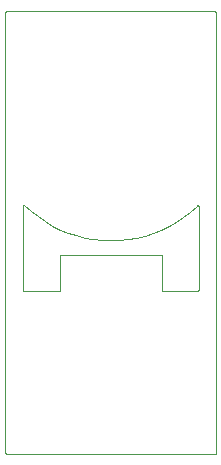
<source format=gko>
%FSTAX44Y44*%
%MOMM*%
%SFA1B1*%

%IPPOS*%
%ADD27C,0.010000*%
%LNpcb2-1*%
%LPD*%
G54D27*
X0076032Y00810974D02*
D01*
X00760322Y0081093*
X00760327Y00810885*
X00760334Y00810841*
X00760345Y00810798*
X00760359Y00810756*
X00760376Y00810714*
X00760395Y00810674*
X00760418Y00810636*
X00760442Y00810599*
X0076047Y00810564*
X007605Y00810531*
X00760532Y008105*
X00760566Y00810471*
X00760602Y00810445*
X0076064Y00810421*
X00760679Y008104*
X0076072Y00810382*
X00760762Y00810367*
X00760805Y00810354*
X00760848Y00810345*
X00760893Y00810339*
X00760937Y00810336*
X00760958Y00810335*
X00760522Y00882552D02*
D01*
X00760491Y00882521*
X00760462Y00882487*
X00760435Y00882452*
X00760411Y00882414*
X00760389Y00882375*
X00760371Y00882335*
X00760355Y00882293*
X00760342Y0088225*
X00760332Y00882207*
X00760325Y00882163*
X00760321Y00882119*
X0076032Y00882085*
X00761446Y00882588D02*
D01*
X00761413Y00882618*
X00761378Y00882646*
X00761341Y00882671*
X00761303Y00882693*
X00761263Y00882713*
X00761221Y0088273*
X00761179Y00882744*
X00761136Y00882755*
X00761092Y00882763*
X00761048Y00882767*
X00761003Y00882769*
X00760959Y00882768*
X00760914Y00882763*
X0076087Y00882755*
X00760827Y00882745*
X00760785Y00882731*
X00760743Y00882715*
X00760703Y00882695*
X00760665Y00882673*
X00760628Y00882648*
X00760592Y00882621*
X00760559Y00882591*
X00760528Y00882559*
X00760522Y00882552*
X00761446Y00882588D02*
D01*
X00766882Y00877664*
X00772648Y00873131*
X00778717Y00869012*
X00785057Y00865326*
X0079164Y00862091*
X00798432Y00859323*
X00805401Y00857035*
X00812512Y0085524*
X00819731Y00853944*
X00827023Y00853156*
X00834352Y00852878*
X00841683Y00853112*
X0084898Y00853857*
X00856206Y00855109*
X00863328Y00856862*
X00870311Y00859107*
X00877119Y00861834*
X00883721Y0086503*
X00890084Y00868678*
X00896177Y00872761*
X0090197Y00877259*
X00907435Y00882151*
X0090784Y0088254*
D01*
X00907841Y00882541*
X00907841Y00882541*
X00907842Y00882541*
X00907842Y00882542*
X00907843Y00882542*
X00907843Y00882543*
X00907844Y00882543*
X00907844Y00882544*
X00907844Y00882544*
X00908928Y00882085D02*
D01*
X00908927Y0088213*
X00908922Y00882174*
X00908914Y00882218*
X00908904Y00882261*
X0090889Y00882304*
X00908873Y00882345*
X00908854Y00882385*
X00908831Y00882424*
X00908806Y00882461*
X00908779Y00882496*
X00908749Y00882529*
X00908717Y0088256*
X00908683Y00882589*
X00908647Y00882615*
X00908609Y00882639*
X00908569Y0088266*
X00908529Y00882678*
X00908487Y00882693*
X00908444Y00882705*
X009084Y00882715*
X00908356Y00882721*
X00908312Y00882724*
X00908267*
X00908222Y00882721*
X00908179Y00882715*
X00908135Y00882705*
X00908092Y00882693*
X0090805Y00882678*
X00908009Y0088266*
X0090797Y00882639*
X00907932Y00882615*
X00907896Y00882589*
X00907862Y0088256*
X0090784Y0088254*
X00908289Y00810335D02*
D01*
X00908334Y00810337*
X00908378Y00810342*
X00908422Y00810349*
X00908466Y0081036*
X00908508Y00810374*
X00908549Y00810391*
X00908589Y0081041*
X00908628Y00810432*
X00908665Y00810457*
X009087Y00810485*
X00908733Y00810515*
X00908764Y00810547*
X00908793Y00810581*
X00908819Y00810617*
X00908843Y00810655*
X00908864Y00810694*
X00908882Y00810735*
X00908897Y00810777*
X00908909Y0081082*
X00908919Y00810864*
X00908925Y00810907*
X00908928Y00810952*
X00908928Y00810974*
X0087765D02*
D01*
X00877652Y0081093*
X00877657Y00810885*
X00877664Y00810841*
X00877675Y00810798*
X00877689Y00810756*
X00877706Y00810714*
X00877725Y00810674*
X00877748Y00810636*
X00877772Y00810599*
X008778Y00810564*
X0087783Y00810531*
X00877862Y008105*
X00877896Y00810471*
X00877932Y00810445*
X0087797Y00810421*
X00878009Y008104*
X0087805Y00810382*
X00878092Y00810367*
X00878135Y00810354*
X00878178Y00810345*
X00878223Y00810339*
X00878267Y00810336*
X00878289Y00810335*
X00790958D02*
D01*
X00791003Y00810337*
X00791047Y00810342*
X00791091Y00810349*
X00791135Y0081036*
X00791177Y00810374*
X00791218Y00810391*
X00791258Y0081041*
X00791297Y00810432*
X00791334Y00810457*
X00791369Y00810485*
X00791402Y00810515*
X00791433Y00810547*
X00791462Y00810581*
X00791488Y00810617*
X00791512Y00810655*
X00791533Y00810694*
X00791551Y00810735*
X00791566Y00810777*
X00791578Y0081082*
X00791588Y00810864*
X00791594Y00810907*
X00791597Y00810952*
X00791597Y00810974*
X00746624Y01046756D02*
D01*
X00746535Y01046753*
X00746447Y01046744*
X00746359Y01046728*
X00746273Y01046707*
X00746189Y0104668*
X00746106Y01046646*
X00746026Y01046607*
X00745949Y01046563*
X00745876Y01046513*
X00745805Y01046458*
X00745739Y01046399*
X00745678Y01046335*
X00745621Y01046267*
X00745568Y01046195*
X00745521Y01046119*
X00745479Y01046041*
X00745443Y0104596*
X00745413Y01045876*
X00745388Y01045791*
X0074537Y01045704*
X00745357Y01045616*
X00745351Y01045527*
X0074535Y01045482*
X00923897D02*
D01*
X00923894Y01045571*
X00923885Y0104566*
X0092387Y01045747*
X00923848Y01045834*
X00923821Y01045918*
X00923787Y01046*
X00923748Y0104608*
X00923704Y01046157*
X00923654Y01046231*
X00923599Y01046301*
X0092354Y01046367*
X00923476Y01046429*
X00923408Y01046486*
X00923336Y01046539*
X0092326Y01046586*
X00923182Y01046627*
X00923101Y01046664*
X00923017Y01046694*
X00922932Y01046719*
X00922844Y01046737*
X00922757Y0104675*
X00922668Y01046756*
X00922624Y01046756*
X00923928Y00891531D02*
D01*
X00923927Y00891576*
X00923922Y0089162*
X00923914Y00891664*
X00923904Y00891707*
X00923897Y00891725*
Y00820225D02*
D01*
X0092391Y00820268*
X00923918Y00820312*
X00923925Y00820356*
X00923927Y008204*
X00923928Y0082042*
X00922624Y0067213D02*
D01*
X00922713Y00672134*
X00922802Y00672143*
X00922889Y00672158*
X00922976Y0067218*
X0092306Y00672207*
X00923142Y0067224*
X00923222Y0067228*
X00923299Y00672324*
X00923373Y00672374*
X00923443Y00672428*
X00923509Y00672488*
X00923571Y00672552*
X00923628Y0067262*
X00923681Y00672692*
X00923728Y00672767*
X0092377Y00672846*
X00923806Y00672927*
X00923836Y00673011*
X0092386Y00673096*
X00923879Y00673183*
X00923891Y00673271*
X00923898Y0067336*
X00923897Y00673404*
X0074535D02*
D01*
X00745353Y00673315*
X00745363Y00673227*
X00745378Y00673139*
X007454Y00673053*
X00745427Y00672969*
X00745461Y00672886*
X00745499Y00672806*
X00745544Y00672729*
X00745594Y00672656*
X00745649Y00672585*
X00745708Y00672519*
X00745772Y00672458*
X0074584Y006724*
X00745912Y00672348*
X00745987Y00672301*
X00746066Y00672259*
X00746147Y00672223*
X00746231Y00672193*
X00746316Y00672168*
X00746403Y0067215*
X00746491Y00672137*
X0074658Y00672131*
X00746624Y0067213*
X0076032Y00810974D02*
Y00882085D01*
X0090784Y0088254D02*
X00907844Y00882544D01*
X00908928Y00810974D02*
Y00882085D01*
X00878289Y00810335D02*
X00908289D01*
X0087765Y00810974D02*
Y00840335D01*
X00791597D02*
X0087765D01*
X00791597Y00810974D02*
Y00840335D01*
X00760958Y00810335D02*
X00790958D01*
X0074535Y00673404D02*
Y01045482D01*
X00746624Y01046756D02*
X00922624D01*
X00923897Y00891725D02*
Y01045482D01*
X00923928Y0082042D02*
Y00891531D01*
X00923897Y00673404D02*
Y00820225D01*
X00746624Y0067213D02*
X00922624D01*
M02*
</source>
